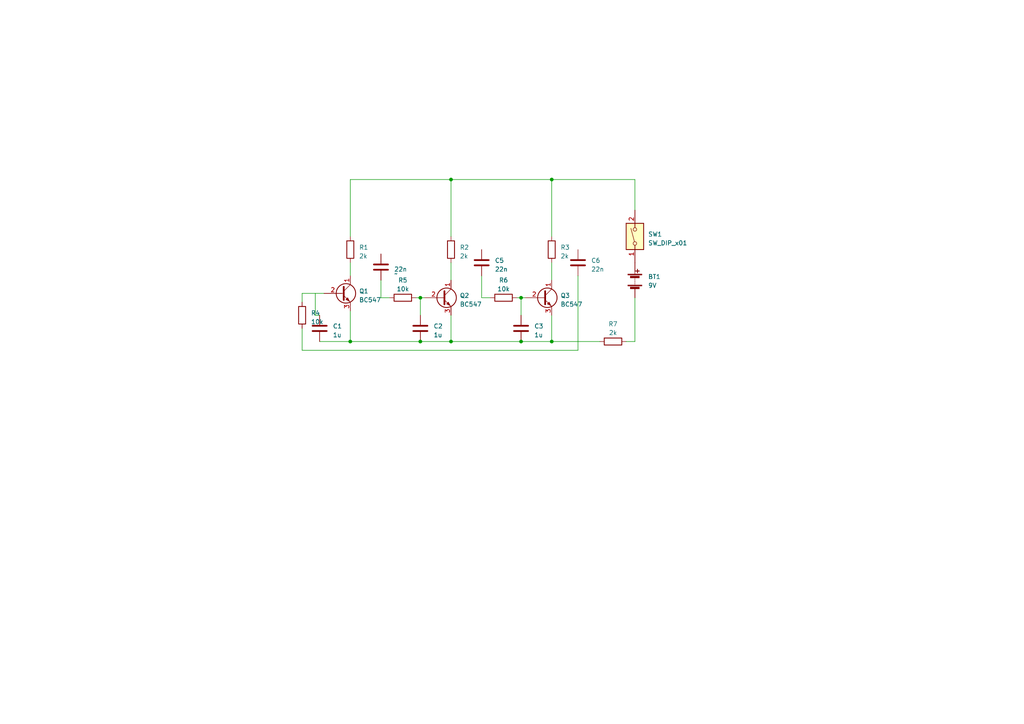
<source format=kicad_sch>
(kicad_sch (version 20230121) (generator eeschema)

  (uuid 83e99720-1289-4a65-8671-bb4d4ff04466)

  (paper "A4")

  (lib_symbols
    (symbol "Device:Battery" (pin_numbers hide) (pin_names (offset 0) hide) (in_bom yes) (on_board yes)
      (property "Reference" "BT" (at 2.54 2.54 0)
        (effects (font (size 1.27 1.27)) (justify left))
      )
      (property "Value" "Battery" (at 2.54 0 0)
        (effects (font (size 1.27 1.27)) (justify left))
      )
      (property "Footprint" "" (at 0 1.524 90)
        (effects (font (size 1.27 1.27)) hide)
      )
      (property "Datasheet" "~" (at 0 1.524 90)
        (effects (font (size 1.27 1.27)) hide)
      )
      (property "ki_keywords" "batt voltage-source cell" (at 0 0 0)
        (effects (font (size 1.27 1.27)) hide)
      )
      (property "ki_description" "Multiple-cell battery" (at 0 0 0)
        (effects (font (size 1.27 1.27)) hide)
      )
      (symbol "Battery_0_1"
        (rectangle (start -2.032 -1.397) (end 2.032 -1.651)
          (stroke (width 0) (type default))
          (fill (type outline))
        )
        (rectangle (start -2.032 1.778) (end 2.032 1.524)
          (stroke (width 0) (type default))
          (fill (type outline))
        )
        (rectangle (start -1.3208 -1.9812) (end 1.27 -2.4892)
          (stroke (width 0) (type default))
          (fill (type outline))
        )
        (rectangle (start -1.3208 1.1938) (end 1.27 0.6858)
          (stroke (width 0) (type default))
          (fill (type outline))
        )
        (polyline
          (pts
            (xy 0 -1.524)
            (xy 0 -1.27)
          )
          (stroke (width 0) (type default))
          (fill (type none))
        )
        (polyline
          (pts
            (xy 0 -1.016)
            (xy 0 -0.762)
          )
          (stroke (width 0) (type default))
          (fill (type none))
        )
        (polyline
          (pts
            (xy 0 -0.508)
            (xy 0 -0.254)
          )
          (stroke (width 0) (type default))
          (fill (type none))
        )
        (polyline
          (pts
            (xy 0 0)
            (xy 0 0.254)
          )
          (stroke (width 0) (type default))
          (fill (type none))
        )
        (polyline
          (pts
            (xy 0 0.508)
            (xy 0 0.762)
          )
          (stroke (width 0) (type default))
          (fill (type none))
        )
        (polyline
          (pts
            (xy 0 1.778)
            (xy 0 2.54)
          )
          (stroke (width 0) (type default))
          (fill (type none))
        )
        (polyline
          (pts
            (xy 0.254 2.667)
            (xy 1.27 2.667)
          )
          (stroke (width 0.254) (type default))
          (fill (type none))
        )
        (polyline
          (pts
            (xy 0.762 3.175)
            (xy 0.762 2.159)
          )
          (stroke (width 0.254) (type default))
          (fill (type none))
        )
      )
      (symbol "Battery_1_1"
        (pin passive line (at 0 5.08 270) (length 2.54)
          (name "+" (effects (font (size 1.27 1.27))))
          (number "1" (effects (font (size 1.27 1.27))))
        )
        (pin passive line (at 0 -5.08 90) (length 2.54)
          (name "-" (effects (font (size 1.27 1.27))))
          (number "2" (effects (font (size 1.27 1.27))))
        )
      )
    )
    (symbol "Device:C" (pin_numbers hide) (pin_names (offset 0.254)) (in_bom yes) (on_board yes)
      (property "Reference" "C" (at 0.635 2.54 0)
        (effects (font (size 1.27 1.27)) (justify left))
      )
      (property "Value" "C" (at 0.635 -2.54 0)
        (effects (font (size 1.27 1.27)) (justify left))
      )
      (property "Footprint" "" (at 0.9652 -3.81 0)
        (effects (font (size 1.27 1.27)) hide)
      )
      (property "Datasheet" "~" (at 0 0 0)
        (effects (font (size 1.27 1.27)) hide)
      )
      (property "ki_keywords" "cap capacitor" (at 0 0 0)
        (effects (font (size 1.27 1.27)) hide)
      )
      (property "ki_description" "Unpolarized capacitor" (at 0 0 0)
        (effects (font (size 1.27 1.27)) hide)
      )
      (property "ki_fp_filters" "C_*" (at 0 0 0)
        (effects (font (size 1.27 1.27)) hide)
      )
      (symbol "C_0_1"
        (polyline
          (pts
            (xy -2.032 -0.762)
            (xy 2.032 -0.762)
          )
          (stroke (width 0.508) (type default))
          (fill (type none))
        )
        (polyline
          (pts
            (xy -2.032 0.762)
            (xy 2.032 0.762)
          )
          (stroke (width 0.508) (type default))
          (fill (type none))
        )
      )
      (symbol "C_1_1"
        (pin passive line (at 0 3.81 270) (length 2.794)
          (name "~" (effects (font (size 1.27 1.27))))
          (number "1" (effects (font (size 1.27 1.27))))
        )
        (pin passive line (at 0 -3.81 90) (length 2.794)
          (name "~" (effects (font (size 1.27 1.27))))
          (number "2" (effects (font (size 1.27 1.27))))
        )
      )
    )
    (symbol "Device:R" (pin_numbers hide) (pin_names (offset 0)) (in_bom yes) (on_board yes)
      (property "Reference" "R" (at 2.032 0 90)
        (effects (font (size 1.27 1.27)))
      )
      (property "Value" "R" (at 0 0 90)
        (effects (font (size 1.27 1.27)))
      )
      (property "Footprint" "" (at -1.778 0 90)
        (effects (font (size 1.27 1.27)) hide)
      )
      (property "Datasheet" "~" (at 0 0 0)
        (effects (font (size 1.27 1.27)) hide)
      )
      (property "ki_keywords" "R res resistor" (at 0 0 0)
        (effects (font (size 1.27 1.27)) hide)
      )
      (property "ki_description" "Resistor" (at 0 0 0)
        (effects (font (size 1.27 1.27)) hide)
      )
      (property "ki_fp_filters" "R_*" (at 0 0 0)
        (effects (font (size 1.27 1.27)) hide)
      )
      (symbol "R_0_1"
        (rectangle (start -1.016 -2.54) (end 1.016 2.54)
          (stroke (width 0.254) (type default))
          (fill (type none))
        )
      )
      (symbol "R_1_1"
        (pin passive line (at 0 3.81 270) (length 1.27)
          (name "~" (effects (font (size 1.27 1.27))))
          (number "1" (effects (font (size 1.27 1.27))))
        )
        (pin passive line (at 0 -3.81 90) (length 1.27)
          (name "~" (effects (font (size 1.27 1.27))))
          (number "2" (effects (font (size 1.27 1.27))))
        )
      )
    )
    (symbol "Switch:SW_DIP_x01" (pin_names (offset 0) hide) (in_bom yes) (on_board yes)
      (property "Reference" "SW" (at 0 3.81 0)
        (effects (font (size 1.27 1.27)))
      )
      (property "Value" "SW_DIP_x01" (at 0 -3.81 0)
        (effects (font (size 1.27 1.27)))
      )
      (property "Footprint" "" (at 0 0 0)
        (effects (font (size 1.27 1.27)) hide)
      )
      (property "Datasheet" "~" (at 0 0 0)
        (effects (font (size 1.27 1.27)) hide)
      )
      (property "ki_keywords" "dip switch" (at 0 0 0)
        (effects (font (size 1.27 1.27)) hide)
      )
      (property "ki_description" "1x DIP Switch, Single Pole Single Throw (SPST) switch, small symbol" (at 0 0 0)
        (effects (font (size 1.27 1.27)) hide)
      )
      (property "ki_fp_filters" "SW?DIP?x1*" (at 0 0 0)
        (effects (font (size 1.27 1.27)) hide)
      )
      (symbol "SW_DIP_x01_0_0"
        (circle (center -2.032 0) (radius 0.508)
          (stroke (width 0) (type default))
          (fill (type none))
        )
        (polyline
          (pts
            (xy -1.524 0.127)
            (xy 2.3622 1.1684)
          )
          (stroke (width 0) (type default))
          (fill (type none))
        )
        (circle (center 2.032 0) (radius 0.508)
          (stroke (width 0) (type default))
          (fill (type none))
        )
      )
      (symbol "SW_DIP_x01_0_1"
        (rectangle (start -3.81 2.54) (end 3.81 -2.54)
          (stroke (width 0.254) (type default))
          (fill (type background))
        )
      )
      (symbol "SW_DIP_x01_1_1"
        (pin passive line (at -7.62 0 0) (length 5.08)
          (name "~" (effects (font (size 1.27 1.27))))
          (number "1" (effects (font (size 1.27 1.27))))
        )
        (pin passive line (at 7.62 0 180) (length 5.08)
          (name "~" (effects (font (size 1.27 1.27))))
          (number "2" (effects (font (size 1.27 1.27))))
        )
      )
    )
    (symbol "Transistor_BJT:BC547" (pin_names (offset 0) hide) (in_bom yes) (on_board yes)
      (property "Reference" "Q" (at 5.08 1.905 0)
        (effects (font (size 1.27 1.27)) (justify left))
      )
      (property "Value" "BC547" (at 5.08 0 0)
        (effects (font (size 1.27 1.27)) (justify left))
      )
      (property "Footprint" "Package_TO_SOT_THT:TO-92_Inline" (at 5.08 -1.905 0)
        (effects (font (size 1.27 1.27) italic) (justify left) hide)
      )
      (property "Datasheet" "https://www.onsemi.com/pub/Collateral/BC550-D.pdf" (at 0 0 0)
        (effects (font (size 1.27 1.27)) (justify left) hide)
      )
      (property "ki_keywords" "NPN Transistor" (at 0 0 0)
        (effects (font (size 1.27 1.27)) hide)
      )
      (property "ki_description" "0.1A Ic, 45V Vce, Small Signal NPN Transistor, TO-92" (at 0 0 0)
        (effects (font (size 1.27 1.27)) hide)
      )
      (property "ki_fp_filters" "TO?92*" (at 0 0 0)
        (effects (font (size 1.27 1.27)) hide)
      )
      (symbol "BC547_0_1"
        (polyline
          (pts
            (xy 0 0)
            (xy 0.635 0)
          )
          (stroke (width 0) (type default))
          (fill (type none))
        )
        (polyline
          (pts
            (xy 0.635 0.635)
            (xy 2.54 2.54)
          )
          (stroke (width 0) (type default))
          (fill (type none))
        )
        (polyline
          (pts
            (xy 0.635 -0.635)
            (xy 2.54 -2.54)
            (xy 2.54 -2.54)
          )
          (stroke (width 0) (type default))
          (fill (type none))
        )
        (polyline
          (pts
            (xy 0.635 1.905)
            (xy 0.635 -1.905)
            (xy 0.635 -1.905)
          )
          (stroke (width 0.508) (type default))
          (fill (type none))
        )
        (polyline
          (pts
            (xy 1.27 -1.778)
            (xy 1.778 -1.27)
            (xy 2.286 -2.286)
            (xy 1.27 -1.778)
            (xy 1.27 -1.778)
          )
          (stroke (width 0) (type default))
          (fill (type outline))
        )
        (circle (center 1.27 0) (radius 2.8194)
          (stroke (width 0.254) (type default))
          (fill (type none))
        )
      )
      (symbol "BC547_1_1"
        (pin passive line (at 2.54 5.08 270) (length 2.54)
          (name "C" (effects (font (size 1.27 1.27))))
          (number "1" (effects (font (size 1.27 1.27))))
        )
        (pin input line (at -5.08 0 0) (length 5.08)
          (name "B" (effects (font (size 1.27 1.27))))
          (number "2" (effects (font (size 1.27 1.27))))
        )
        (pin passive line (at 2.54 -5.08 90) (length 2.54)
          (name "E" (effects (font (size 1.27 1.27))))
          (number "3" (effects (font (size 1.27 1.27))))
        )
      )
    )
  )


  (junction (at 130.81 52.07) (diameter 0) (color 0 0 0 0)
    (uuid 0881fca9-79da-419b-b358-7f37c99a1f4b)
  )
  (junction (at 151.13 99.06) (diameter 0) (color 0 0 0 0)
    (uuid 2b6d0cd7-529d-403c-9e74-24d1f68773f0)
  )
  (junction (at 151.13 86.36) (diameter 0) (color 0 0 0 0)
    (uuid 566f8952-0be2-41d6-979b-8334255f558a)
  )
  (junction (at 121.92 99.06) (diameter 0) (color 0 0 0 0)
    (uuid 704b075d-fa31-473d-bc6b-b54ec6740be5)
  )
  (junction (at 121.92 86.36) (diameter 0) (color 0 0 0 0)
    (uuid 767a3931-f47e-4b94-bff4-d6d0aa2cbfc1)
  )
  (junction (at 160.02 99.06) (diameter 0) (color 0 0 0 0)
    (uuid 8bc7fb4c-e824-4991-91d6-228de42daaf8)
  )
  (junction (at 160.02 52.07) (diameter 0) (color 0 0 0 0)
    (uuid 93b3e4e8-0654-4448-8571-dc87ac8d70e4)
  )
  (junction (at 101.6 99.06) (diameter 0) (color 0 0 0 0)
    (uuid b5bd8b13-a8d2-4a0f-b335-9347f9c7180e)
  )
  (junction (at 130.81 99.06) (diameter 0) (color 0 0 0 0)
    (uuid c63d9868-1a91-44c9-9e03-f4c7cffe9589)
  )

  (wire (pts (xy 160.02 91.44) (xy 160.02 99.06))
    (stroke (width 0) (type default))
    (uuid 01abfd5a-4466-499b-91af-3ad690dde4a7)
  )
  (wire (pts (xy 160.02 76.2) (xy 160.02 81.28))
    (stroke (width 0) (type default))
    (uuid 1385302e-40bc-4ec0-9e10-e86aeb04369c)
  )
  (wire (pts (xy 151.13 99.06) (xy 160.02 99.06))
    (stroke (width 0) (type default))
    (uuid 16566059-616a-45c4-81b0-99958b94846d)
  )
  (wire (pts (xy 101.6 52.07) (xy 130.81 52.07))
    (stroke (width 0) (type default))
    (uuid 175e3f2f-b94b-40ff-8c7f-334522f29b2b)
  )
  (wire (pts (xy 130.81 99.06) (xy 151.13 99.06))
    (stroke (width 0) (type default))
    (uuid 1f89a82b-d423-4e4f-8fd3-4e5b7c78707c)
  )
  (wire (pts (xy 87.63 85.09) (xy 93.98 85.09))
    (stroke (width 0) (type default))
    (uuid 26b509f9-66eb-4f06-81bb-61d09d4e29bc)
  )
  (wire (pts (xy 160.02 52.07) (xy 160.02 68.58))
    (stroke (width 0) (type default))
    (uuid 2919bf14-e54e-4170-9eaf-2629608571d9)
  )
  (wire (pts (xy 167.64 80.01) (xy 167.64 101.6))
    (stroke (width 0) (type default))
    (uuid 2cadd4ed-2955-4e2b-a312-0baa21faf2d9)
  )
  (wire (pts (xy 160.02 52.07) (xy 184.15 52.07))
    (stroke (width 0) (type default))
    (uuid 35caf63d-570c-4243-bbc4-92f71db0b819)
  )
  (wire (pts (xy 87.63 101.6) (xy 167.64 101.6))
    (stroke (width 0) (type default))
    (uuid 3c781895-8ab2-4f3b-83c5-03fb5125297c)
  )
  (wire (pts (xy 139.7 80.01) (xy 139.7 86.36))
    (stroke (width 0) (type default))
    (uuid 3c9929b4-f709-4043-b126-4eb5cad464b8)
  )
  (wire (pts (xy 92.71 99.06) (xy 101.6 99.06))
    (stroke (width 0) (type default))
    (uuid 473da5e1-4098-40c3-a918-357c100a5c12)
  )
  (wire (pts (xy 120.65 86.36) (xy 121.92 86.36))
    (stroke (width 0) (type default))
    (uuid 4872ba3a-36f2-4fec-a50e-ac7cc093e363)
  )
  (wire (pts (xy 101.6 90.17) (xy 101.6 99.06))
    (stroke (width 0) (type default))
    (uuid 49df5769-1b3c-4b1b-b4d6-2d46fc4c7fab)
  )
  (wire (pts (xy 101.6 99.06) (xy 121.92 99.06))
    (stroke (width 0) (type default))
    (uuid 625b81c0-59c2-419c-a3e9-15428fdd326d)
  )
  (wire (pts (xy 110.49 81.28) (xy 110.49 86.36))
    (stroke (width 0) (type default))
    (uuid 67255106-e5ad-4d1b-bde7-5ecdec071a83)
  )
  (wire (pts (xy 91.44 91.44) (xy 92.71 91.44))
    (stroke (width 0) (type default))
    (uuid 69b13867-1708-4a88-908f-6dd7a7af79b8)
  )
  (wire (pts (xy 184.15 52.07) (xy 184.15 60.96))
    (stroke (width 0) (type default))
    (uuid 69fe2402-6efc-4171-8ae9-b190c061b459)
  )
  (wire (pts (xy 110.49 86.36) (xy 113.03 86.36))
    (stroke (width 0) (type default))
    (uuid 790c61d4-b9c0-4843-8769-5468df3e808e)
  )
  (wire (pts (xy 181.61 99.06) (xy 184.15 99.06))
    (stroke (width 0) (type default))
    (uuid 7ee8e635-5ab0-40a6-b2a3-0a0322b9459b)
  )
  (wire (pts (xy 91.44 85.09) (xy 91.44 91.44))
    (stroke (width 0) (type default))
    (uuid 800374e9-ffda-4b72-8c1f-fb00ea102dd8)
  )
  (wire (pts (xy 101.6 76.2) (xy 101.6 80.01))
    (stroke (width 0) (type default))
    (uuid 886286d3-838a-4a2a-b8de-16d41ee91c92)
  )
  (wire (pts (xy 151.13 86.36) (xy 151.13 91.44))
    (stroke (width 0) (type default))
    (uuid 8b9aedbf-7f1c-458e-b0c0-878c0c311e56)
  )
  (wire (pts (xy 121.92 99.06) (xy 130.81 99.06))
    (stroke (width 0) (type default))
    (uuid 8e5c80a0-999a-45dc-a683-0337c7da0ada)
  )
  (wire (pts (xy 130.81 52.07) (xy 130.81 68.58))
    (stroke (width 0) (type default))
    (uuid 8fbe0552-f771-44c6-bd2f-35568e4606e8)
  )
  (wire (pts (xy 87.63 95.25) (xy 87.63 101.6))
    (stroke (width 0) (type default))
    (uuid 941ed07f-d2f2-4e61-857d-a7329eadb8e7)
  )
  (wire (pts (xy 121.92 86.36) (xy 123.19 86.36))
    (stroke (width 0) (type default))
    (uuid a0d1b6da-e1d3-45b2-8b1e-884c9dc459d1)
  )
  (wire (pts (xy 101.6 68.58) (xy 101.6 52.07))
    (stroke (width 0) (type default))
    (uuid b303f3d1-1b9d-4f18-9328-4d2fc649ccdb)
  )
  (wire (pts (xy 87.63 87.63) (xy 87.63 85.09))
    (stroke (width 0) (type default))
    (uuid b48cc15a-f0c4-4706-ab09-5be692848637)
  )
  (wire (pts (xy 130.81 52.07) (xy 160.02 52.07))
    (stroke (width 0) (type default))
    (uuid bc0c03b8-6760-463a-b2c4-ab6f0cd2e844)
  )
  (wire (pts (xy 184.15 86.36) (xy 184.15 99.06))
    (stroke (width 0) (type default))
    (uuid c21077ee-77e0-4cc1-a14c-f95250449e4d)
  )
  (wire (pts (xy 160.02 99.06) (xy 173.99 99.06))
    (stroke (width 0) (type default))
    (uuid c2400a88-0c68-49bc-a78c-541c804d8f07)
  )
  (wire (pts (xy 121.92 86.36) (xy 121.92 91.44))
    (stroke (width 0) (type default))
    (uuid c60d9d31-0176-4882-9df3-32683476f9e3)
  )
  (wire (pts (xy 130.81 91.44) (xy 130.81 99.06))
    (stroke (width 0) (type default))
    (uuid c68cd909-3bf3-4db4-acc2-64174bcb56ad)
  )
  (wire (pts (xy 130.81 76.2) (xy 130.81 81.28))
    (stroke (width 0) (type default))
    (uuid cd0d3440-9ed5-46fa-92f1-8e6541a8c33c)
  )
  (wire (pts (xy 151.13 86.36) (xy 152.4 86.36))
    (stroke (width 0) (type default))
    (uuid cd18902c-dafe-4acd-8749-ad333ec5087f)
  )
  (wire (pts (xy 139.7 86.36) (xy 142.24 86.36))
    (stroke (width 0) (type default))
    (uuid dbf7c215-eaf6-4028-997f-b2f0578c3ce6)
  )
  (wire (pts (xy 149.86 86.36) (xy 151.13 86.36))
    (stroke (width 0) (type default))
    (uuid ee0b9eca-a47d-4b86-b0f1-7049ebe73311)
  )

  (symbol (lib_id "Switch:SW_DIP_x01") (at 184.15 68.58 90) (unit 1)
    (in_bom yes) (on_board yes) (dnp no) (fields_autoplaced)
    (uuid 28b8c4ec-7533-4fd4-8d77-446d9e418e58)
    (property "Reference" "SW1" (at 187.96 67.945 90)
      (effects (font (size 1.27 1.27)) (justify right))
    )
    (property "Value" "SW_DIP_x01" (at 187.96 70.485 90)
      (effects (font (size 1.27 1.27)) (justify right))
    )
    (property "Footprint" "" (at 184.15 68.58 0)
      (effects (font (size 1.27 1.27)) hide)
    )
    (property "Datasheet" "~" (at 184.15 68.58 0)
      (effects (font (size 1.27 1.27)) hide)
    )
    (pin "1" (uuid 8f4d95fa-65d5-4a0b-9d3a-0c40dc38d0f4))
    (pin "2" (uuid 4b38b42d-5d38-41fd-8254-0387f998c3d6))
    (instances
      (project "3 phase sinw wave"
        (path "/83e99720-1289-4a65-8671-bb4d4ff04466"
          (reference "SW1") (unit 1)
        )
      )
    )
  )

  (symbol (lib_id "Transistor_BJT:BC547") (at 128.27 86.36 0) (unit 1)
    (in_bom yes) (on_board yes) (dnp no) (fields_autoplaced)
    (uuid 3bdaa2f2-03c9-444b-80c6-eff0103b688c)
    (property "Reference" "Q2" (at 133.35 85.725 0)
      (effects (font (size 1.27 1.27)) (justify left))
    )
    (property "Value" "BC547" (at 133.35 88.265 0)
      (effects (font (size 1.27 1.27)) (justify left))
    )
    (property "Footprint" "Package_TO_SOT_THT:TO-92_Inline" (at 133.35 88.265 0)
      (effects (font (size 1.27 1.27) italic) (justify left) hide)
    )
    (property "Datasheet" "https://www.onsemi.com/pub/Collateral/BC550-D.pdf" (at 128.27 86.36 0)
      (effects (font (size 1.27 1.27)) (justify left) hide)
    )
    (pin "1" (uuid 3d34c272-f81f-45bd-95b2-34dc0a726caa))
    (pin "2" (uuid 913f2763-01fc-4666-9606-0d6ea2bcbc0d))
    (pin "3" (uuid 94a4d284-fee9-49e0-8737-ef10b9831659))
    (instances
      (project "3 phase sinw wave"
        (path "/83e99720-1289-4a65-8671-bb4d4ff04466"
          (reference "Q2") (unit 1)
        )
      )
    )
  )

  (symbol (lib_id "Device:C") (at 110.49 77.47 0) (unit 1)
    (in_bom yes) (on_board yes) (dnp no) (fields_autoplaced)
    (uuid 4b6c076e-cc58-4017-85b4-e1463924c99d)
    (property "Reference" "22n" (at 114.3 78.105 0)
      (effects (font (size 1.27 1.27)) (justify left))
    )
    (property "Value" "~" (at 114.3 79.375 0)
      (effects (font (size 1.27 1.27)) (justify left))
    )
    (property "Footprint" "" (at 111.4552 81.28 0)
      (effects (font (size 1.27 1.27)) hide)
    )
    (property "Datasheet" "~" (at 110.49 77.47 0)
      (effects (font (size 1.27 1.27)) hide)
    )
    (pin "1" (uuid 4084e01f-5d7d-4916-a983-cb181deceb55))
    (pin "2" (uuid 73e31c06-1b72-4a70-a70d-918c86501cbd))
    (instances
      (project "3 phase sinw wave"
        (path "/83e99720-1289-4a65-8671-bb4d4ff04466"
          (reference "22n") (unit 1)
        )
      )
    )
  )

  (symbol (lib_id "Device:C") (at 121.92 95.25 0) (unit 1)
    (in_bom yes) (on_board yes) (dnp no) (fields_autoplaced)
    (uuid 535f0eb0-bbcd-4358-a0ba-a2c12496953e)
    (property "Reference" "C2" (at 125.73 94.615 0)
      (effects (font (size 1.27 1.27)) (justify left))
    )
    (property "Value" "1u" (at 125.73 97.155 0)
      (effects (font (size 1.27 1.27)) (justify left))
    )
    (property "Footprint" "" (at 122.8852 99.06 0)
      (effects (font (size 1.27 1.27)) hide)
    )
    (property "Datasheet" "~" (at 121.92 95.25 0)
      (effects (font (size 1.27 1.27)) hide)
    )
    (pin "1" (uuid dd300c49-0c4c-45d6-95f0-3354b2605f6f))
    (pin "2" (uuid 95ce1916-2d96-4e99-be54-a7dba7cbae59))
    (instances
      (project "3 phase sinw wave"
        (path "/83e99720-1289-4a65-8671-bb4d4ff04466"
          (reference "C2") (unit 1)
        )
      )
    )
  )

  (symbol (lib_id "Transistor_BJT:BC547") (at 99.06 85.09 0) (unit 1)
    (in_bom yes) (on_board yes) (dnp no) (fields_autoplaced)
    (uuid 745cdfa0-e076-407b-8897-5b2d55e314a8)
    (property "Reference" "Q1" (at 104.14 84.455 0)
      (effects (font (size 1.27 1.27)) (justify left))
    )
    (property "Value" "BC547" (at 104.14 86.995 0)
      (effects (font (size 1.27 1.27)) (justify left))
    )
    (property "Footprint" "Package_TO_SOT_THT:TO-92_Inline" (at 104.14 86.995 0)
      (effects (font (size 1.27 1.27) italic) (justify left) hide)
    )
    (property "Datasheet" "https://www.onsemi.com/pub/Collateral/BC550-D.pdf" (at 99.06 85.09 0)
      (effects (font (size 1.27 1.27)) (justify left) hide)
    )
    (pin "1" (uuid 7039fa99-1589-4ab3-a4f4-34e56d2b3022))
    (pin "2" (uuid d6ffe267-e1e1-443f-bebb-ab45dc57ff2c))
    (pin "3" (uuid b55cda36-091e-4a97-bc06-b2dc0c2c8c63))
    (instances
      (project "3 phase sinw wave"
        (path "/83e99720-1289-4a65-8671-bb4d4ff04466"
          (reference "Q1") (unit 1)
        )
      )
    )
  )

  (symbol (lib_id "Device:R") (at 116.84 86.36 90) (unit 1)
    (in_bom yes) (on_board yes) (dnp no) (fields_autoplaced)
    (uuid 75bbb6c2-95f8-43fc-81ac-73652bec690d)
    (property "Reference" "R5" (at 116.84 81.28 90)
      (effects (font (size 1.27 1.27)))
    )
    (property "Value" "10k" (at 116.84 83.82 90)
      (effects (font (size 1.27 1.27)))
    )
    (property "Footprint" "" (at 116.84 88.138 90)
      (effects (font (size 1.27 1.27)) hide)
    )
    (property "Datasheet" "~" (at 116.84 86.36 0)
      (effects (font (size 1.27 1.27)) hide)
    )
    (pin "1" (uuid 32e0a94e-41f1-47e5-92cd-295c73796124))
    (pin "2" (uuid 739d7258-2d16-4417-8fae-9a2cab88df8d))
    (instances
      (project "3 phase sinw wave"
        (path "/83e99720-1289-4a65-8671-bb4d4ff04466"
          (reference "R5") (unit 1)
        )
      )
    )
  )

  (symbol (lib_id "Device:C") (at 151.13 95.25 0) (unit 1)
    (in_bom yes) (on_board yes) (dnp no) (fields_autoplaced)
    (uuid 8fc76ef3-0514-4c84-a0bf-bd476368fa37)
    (property "Reference" "C3" (at 154.94 94.615 0)
      (effects (font (size 1.27 1.27)) (justify left))
    )
    (property "Value" "1u" (at 154.94 97.155 0)
      (effects (font (size 1.27 1.27)) (justify left))
    )
    (property "Footprint" "" (at 152.0952 99.06 0)
      (effects (font (size 1.27 1.27)) hide)
    )
    (property "Datasheet" "~" (at 151.13 95.25 0)
      (effects (font (size 1.27 1.27)) hide)
    )
    (pin "1" (uuid 7e7229cf-688b-447d-986d-c3a24bc98f72))
    (pin "2" (uuid c298cd0d-65df-4c80-a43b-f056ea43fb8f))
    (instances
      (project "3 phase sinw wave"
        (path "/83e99720-1289-4a65-8671-bb4d4ff04466"
          (reference "C3") (unit 1)
        )
      )
    )
  )

  (symbol (lib_id "Device:R") (at 87.63 91.44 0) (unit 1)
    (in_bom yes) (on_board yes) (dnp no) (fields_autoplaced)
    (uuid 9819c3dd-adb6-4ffb-a0ff-d6ce356a7bcc)
    (property "Reference" "R4" (at 90.17 90.805 0)
      (effects (font (size 1.27 1.27)) (justify left))
    )
    (property "Value" "10k" (at 90.17 93.345 0)
      (effects (font (size 1.27 1.27)) (justify left))
    )
    (property "Footprint" "" (at 85.852 91.44 90)
      (effects (font (size 1.27 1.27)) hide)
    )
    (property "Datasheet" "~" (at 87.63 91.44 0)
      (effects (font (size 1.27 1.27)) hide)
    )
    (pin "1" (uuid fa9e3c7d-7026-4743-bb42-126ffdb3da93))
    (pin "2" (uuid 5472c626-570d-41a2-a4c1-a4d1fd20bcfc))
    (instances
      (project "3 phase sinw wave"
        (path "/83e99720-1289-4a65-8671-bb4d4ff04466"
          (reference "R4") (unit 1)
        )
      )
    )
  )

  (symbol (lib_id "Transistor_BJT:BC547") (at 157.48 86.36 0) (unit 1)
    (in_bom yes) (on_board yes) (dnp no) (fields_autoplaced)
    (uuid 9d531c06-2cc5-4585-b06e-8aabaf1df138)
    (property "Reference" "Q3" (at 162.56 85.725 0)
      (effects (font (size 1.27 1.27)) (justify left))
    )
    (property "Value" "BC547" (at 162.56 88.265 0)
      (effects (font (size 1.27 1.27)) (justify left))
    )
    (property "Footprint" "Package_TO_SOT_THT:TO-92_Inline" (at 162.56 88.265 0)
      (effects (font (size 1.27 1.27) italic) (justify left) hide)
    )
    (property "Datasheet" "https://www.onsemi.com/pub/Collateral/BC550-D.pdf" (at 157.48 86.36 0)
      (effects (font (size 1.27 1.27)) (justify left) hide)
    )
    (pin "1" (uuid 7c0a4721-dd3f-4078-ba3e-d5eb6b7f3608))
    (pin "2" (uuid b07a89fa-236c-4054-b2d0-c5ee2d563c49))
    (pin "3" (uuid e06ee5a5-7b6d-4b3e-9be6-4fe79be1f444))
    (instances
      (project "3 phase sinw wave"
        (path "/83e99720-1289-4a65-8671-bb4d4ff04466"
          (reference "Q3") (unit 1)
        )
      )
    )
  )

  (symbol (lib_id "Device:C") (at 139.7 76.2 0) (unit 1)
    (in_bom yes) (on_board yes) (dnp no) (fields_autoplaced)
    (uuid a79cecb3-c049-4b9d-9cba-007c8ce6e6b4)
    (property "Reference" "C5" (at 143.51 75.565 0)
      (effects (font (size 1.27 1.27)) (justify left))
    )
    (property "Value" "22n" (at 143.51 78.105 0)
      (effects (font (size 1.27 1.27)) (justify left))
    )
    (property "Footprint" "" (at 140.6652 80.01 0)
      (effects (font (size 1.27 1.27)) hide)
    )
    (property "Datasheet" "~" (at 139.7 76.2 0)
      (effects (font (size 1.27 1.27)) hide)
    )
    (pin "1" (uuid 72c5ae16-87f2-4e27-b7dc-9f26819f5cf6))
    (pin "2" (uuid 75f02ea1-6884-4ca7-9fc2-528dc2ad51fd))
    (instances
      (project "3 phase sinw wave"
        (path "/83e99720-1289-4a65-8671-bb4d4ff04466"
          (reference "C5") (unit 1)
        )
      )
    )
  )

  (symbol (lib_id "Device:R") (at 146.05 86.36 90) (unit 1)
    (in_bom yes) (on_board yes) (dnp no) (fields_autoplaced)
    (uuid a87efd34-64ca-44cd-a300-863f98e7894d)
    (property "Reference" "R6" (at 146.05 81.28 90)
      (effects (font (size 1.27 1.27)))
    )
    (property "Value" "10k" (at 146.05 83.82 90)
      (effects (font (size 1.27 1.27)))
    )
    (property "Footprint" "" (at 146.05 88.138 90)
      (effects (font (size 1.27 1.27)) hide)
    )
    (property "Datasheet" "~" (at 146.05 86.36 0)
      (effects (font (size 1.27 1.27)) hide)
    )
    (pin "1" (uuid 334b77ea-c88a-4877-932f-e5f0a7b65ed3))
    (pin "2" (uuid 48aedd87-55aa-41a3-829f-f2caa8ecf911))
    (instances
      (project "3 phase sinw wave"
        (path "/83e99720-1289-4a65-8671-bb4d4ff04466"
          (reference "R6") (unit 1)
        )
      )
    )
  )

  (symbol (lib_id "Device:R") (at 101.6 72.39 0) (unit 1)
    (in_bom yes) (on_board yes) (dnp no) (fields_autoplaced)
    (uuid c50ae70f-15ec-4e3f-8f40-832283918a1e)
    (property "Reference" "R1" (at 104.14 71.755 0)
      (effects (font (size 1.27 1.27)) (justify left))
    )
    (property "Value" "2k" (at 104.14 74.295 0)
      (effects (font (size 1.27 1.27)) (justify left))
    )
    (property "Footprint" "" (at 99.822 72.39 90)
      (effects (font (size 1.27 1.27)) hide)
    )
    (property "Datasheet" "~" (at 101.6 72.39 0)
      (effects (font (size 1.27 1.27)) hide)
    )
    (pin "1" (uuid 15e1b0fb-490b-4a66-9358-b626081d4b53))
    (pin "2" (uuid 0cb81295-947d-409e-b458-11b26c0edab3))
    (instances
      (project "3 phase sinw wave"
        (path "/83e99720-1289-4a65-8671-bb4d4ff04466"
          (reference "R1") (unit 1)
        )
      )
    )
  )

  (symbol (lib_id "Device:R") (at 177.8 99.06 90) (unit 1)
    (in_bom yes) (on_board yes) (dnp no) (fields_autoplaced)
    (uuid c6c7f80d-4bc6-4175-b87a-26d38c848454)
    (property "Reference" "R7" (at 177.8 93.98 90)
      (effects (font (size 1.27 1.27)))
    )
    (property "Value" "2k" (at 177.8 96.52 90)
      (effects (font (size 1.27 1.27)))
    )
    (property "Footprint" "" (at 177.8 100.838 90)
      (effects (font (size 1.27 1.27)) hide)
    )
    (property "Datasheet" "~" (at 177.8 99.06 0)
      (effects (font (size 1.27 1.27)) hide)
    )
    (pin "1" (uuid 80ca281d-9c7d-47e6-b5ee-470b3fb97816))
    (pin "2" (uuid d6b3281d-3f2b-476a-b91f-c50ffd8d16f0))
    (instances
      (project "3 phase sinw wave"
        (path "/83e99720-1289-4a65-8671-bb4d4ff04466"
          (reference "R7") (unit 1)
        )
      )
    )
  )

  (symbol (lib_id "Device:R") (at 130.81 72.39 0) (unit 1)
    (in_bom yes) (on_board yes) (dnp no) (fields_autoplaced)
    (uuid c7e58a85-fb27-4f62-b893-7b91ccb176f1)
    (property "Reference" "R2" (at 133.35 71.755 0)
      (effects (font (size 1.27 1.27)) (justify left))
    )
    (property "Value" "2k" (at 133.35 74.295 0)
      (effects (font (size 1.27 1.27)) (justify left))
    )
    (property "Footprint" "" (at 129.032 72.39 90)
      (effects (font (size 1.27 1.27)) hide)
    )
    (property "Datasheet" "~" (at 130.81 72.39 0)
      (effects (font (size 1.27 1.27)) hide)
    )
    (pin "1" (uuid 14bb4d04-f63e-4864-9559-3f0c9e127acb))
    (pin "2" (uuid a3aa410e-109d-4696-8dd9-e179a4d6c392))
    (instances
      (project "3 phase sinw wave"
        (path "/83e99720-1289-4a65-8671-bb4d4ff04466"
          (reference "R2") (unit 1)
        )
      )
    )
  )

  (symbol (lib_id "Device:C") (at 167.64 76.2 0) (unit 1)
    (in_bom yes) (on_board yes) (dnp no) (fields_autoplaced)
    (uuid cae289f4-9c68-4785-af57-31daa48a508b)
    (property "Reference" "C6" (at 171.45 75.565 0)
      (effects (font (size 1.27 1.27)) (justify left))
    )
    (property "Value" "22n" (at 171.45 78.105 0)
      (effects (font (size 1.27 1.27)) (justify left))
    )
    (property "Footprint" "" (at 168.6052 80.01 0)
      (effects (font (size 1.27 1.27)) hide)
    )
    (property "Datasheet" "~" (at 167.64 76.2 0)
      (effects (font (size 1.27 1.27)) hide)
    )
    (pin "1" (uuid e3d6bc90-d53a-465c-b497-584f64e6d524))
    (pin "2" (uuid c58c3733-2bcf-41aa-b263-5efbbbfd4406))
    (instances
      (project "3 phase sinw wave"
        (path "/83e99720-1289-4a65-8671-bb4d4ff04466"
          (reference "C6") (unit 1)
        )
      )
    )
  )

  (symbol (lib_id "Device:R") (at 160.02 72.39 0) (unit 1)
    (in_bom yes) (on_board yes) (dnp no) (fields_autoplaced)
    (uuid e777bc23-9e25-43fc-a179-5f1003f53c32)
    (property "Reference" "R3" (at 162.56 71.755 0)
      (effects (font (size 1.27 1.27)) (justify left))
    )
    (property "Value" "2k" (at 162.56 74.295 0)
      (effects (font (size 1.27 1.27)) (justify left))
    )
    (property "Footprint" "" (at 158.242 72.39 90)
      (effects (font (size 1.27 1.27)) hide)
    )
    (property "Datasheet" "~" (at 160.02 72.39 0)
      (effects (font (size 1.27 1.27)) hide)
    )
    (pin "1" (uuid 859861b0-8abf-4b63-8555-d0b9f5bf58fc))
    (pin "2" (uuid 0f7cfa19-1fcf-401a-8e53-3cc2d4f55197))
    (instances
      (project "3 phase sinw wave"
        (path "/83e99720-1289-4a65-8671-bb4d4ff04466"
          (reference "R3") (unit 1)
        )
      )
    )
  )

  (symbol (lib_id "Device:Battery") (at 184.15 81.28 0) (unit 1)
    (in_bom yes) (on_board yes) (dnp no) (fields_autoplaced)
    (uuid f11e074a-c7de-469d-8bc2-7d21f78187bb)
    (property "Reference" "BT1" (at 187.96 80.264 0)
      (effects (font (size 1.27 1.27)) (justify left))
    )
    (property "Value" "9V" (at 187.96 82.804 0)
      (effects (font (size 1.27 1.27)) (justify left))
    )
    (property "Footprint" "" (at 184.15 79.756 90)
      (effects (font (size 1.27 1.27)) hide)
    )
    (property "Datasheet" "~" (at 184.15 79.756 90)
      (effects (font (size 1.27 1.27)) hide)
    )
    (pin "1" (uuid d1638469-f9ef-4582-83c0-5c089b27ce30))
    (pin "2" (uuid 704952fa-476e-4c66-a753-8709364cb2c9))
    (instances
      (project "3 phase sinw wave"
        (path "/83e99720-1289-4a65-8671-bb4d4ff04466"
          (reference "BT1") (unit 1)
        )
      )
    )
  )

  (symbol (lib_id "Device:C") (at 92.71 95.25 0) (unit 1)
    (in_bom yes) (on_board yes) (dnp no) (fields_autoplaced)
    (uuid fbc41aaf-781c-4dc3-aee1-375edb30407b)
    (property "Reference" "C1" (at 96.52 94.615 0)
      (effects (font (size 1.27 1.27)) (justify left))
    )
    (property "Value" "1u" (at 96.52 97.155 0)
      (effects (font (size 1.27 1.27)) (justify left))
    )
    (property "Footprint" "" (at 93.6752 99.06 0)
      (effects (font (size 1.27 1.27)) hide)
    )
    (property "Datasheet" "~" (at 92.71 95.25 0)
      (effects (font (size 1.27 1.27)) hide)
    )
    (pin "1" (uuid 8ef08686-f5cf-456f-af19-e51d42b95258))
    (pin "2" (uuid bf04e099-3d6f-4199-9df4-dee42235abe7))
    (instances
      (project "3 phase sinw wave"
        (path "/83e99720-1289-4a65-8671-bb4d4ff04466"
          (reference "C1") (unit 1)
        )
      )
    )
  )

  (sheet_instances
    (path "/" (page "1"))
  )
)

</source>
